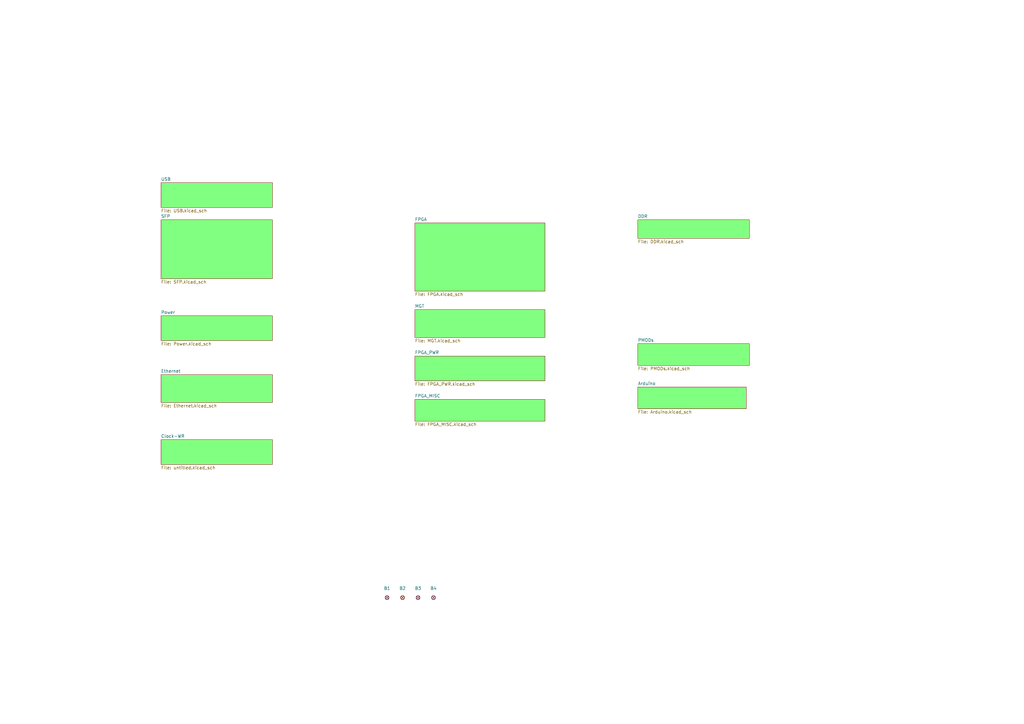
<source format=kicad_sch>
(kicad_sch (version 20250114) (generator "eeschema") (generator_version "9.0")
  (paper "A3")
  (title_block (date "2025-04-18") (rev "${rev}") (company "${name}") (comment 1 "${author}"))
  (lib_symbols
    (symbol "Pads:PLATED_HOLE3.2_PAD5.5" (pin_names (offset 1.27))
      (property "Reference" "B" (at -1.27 0 0))
      (symbol "PLATED_HOLE3.2_PAD5.5_0_1"
        (circle (center 0 0) (radius 0.762) (stroke (width 0.254)) (fill (type background)))
        (pin bidirectional line (at 0 0 180) (length 0) (name "1") (number "1"))
      )
    )
  )
  (no_connect (at 158.75 245.11))
  (no_connect (at 165.1 245.11))
  (no_connect (at 177.8 245.11))
  (no_connect (at 171.45 245.11))
  (symbol (lib_id "Pads:PLATED_HOLE3.2_PAD5.5") (at 177.8 245.11 0) (unit 1)
    (property "Reference" "B4" (at 177.8 241.3 0))
    (property "Value" "PLATED_HOLE3.2_PAD5.5" (effects (hide yes)))
    (property "Footprint" "Pads:MTG320_550" (effects (hide yes)))
    (property "Datasheet" "Undefined" (effects (hide yes)))
    (property "Description" "Plated Through Hole: Hole Dia.=3.2mm Pad Dia.=5.5mm" (effects (hide yes)))
    (property "Family" "Plated Hole" (effects (hide yes)))
    (property "Part Number" "PLATED_HOLE3.2_PAD5.5" (effects (hide yes)))
    (property "Library Ref" "Single Terminal Socket" (effects (hide yes)))
    (property "Library Path" "SchLib\\Pads.SchLib" (effects (hide yes)))
    (property "Comment" " " (effects (hide yes)))
    (property "Component Kind" "Standard (No BOM)" (effects (hide yes)))
    (property "Component Type" "Standard (No BOM)" (effects (hide yes)))
    (property "Pin Count" "1" (effects (hide yes)))
    (property "Case" " " (effects (hide yes)))
    (property "Footprint Path" "PcbLib\\Pads.PcbLib" (effects (hide yes)))
    (property "Footprint Ref" "MTG320_550" (effects (hide yes)))
    (property "Mounted" "No" (effects (hide yes)))
    (property "Socket" "No" (effects (hide yes)))
    (property "SMD" "No" (effects (hide yes)))
    (property "Sense" "No" (effects (hide yes)))
    (property "Sense Comment" " " (effects (hide yes)))
    (property "Status" "None" (effects (hide yes)))
    (property "Status Comment" " " (effects (hide yes)))
    (property "SCEM" " " (effects (hide yes)))
    (property "Part Description" "Plated Through Hole: Hole Dia.=3.2mm Pad Dia.=5.5mm" (effects (hide yes)))
    (property "Manufacturer" " " (effects (hide yes)))
    (property "Manufacturer Part Number" " " (effects (hide yes)))
    (property "ComponentHeight" "0mm" (effects (hide yes)))
    (property "Manufacturer1 Example" " " (effects (hide yes)))
    (property "Manufacturer1 Part Number" " " (effects (hide yes)))
    (property "Manufacturer1 ComponentHeight" " " (effects (hide yes)))
    (property "HelpURL" "Undefined" (effects (hide yes)))
    (property "ComponentLink1URL" " " (effects (hide yes)))
    (property "ComponentLink1Description" " " (effects (hide yes)))
    (property "ComponentLink2URL" " " (effects (hide yes)))
    (property "ComponentLink2Description" " " (effects (hide yes)))
    (property "Author" "CERN DEM JMW" (effects (hide yes)))
    (property "CreateDate" "10/01/12 00:00:00" (effects (hide yes)))
    (property "LatestRevisionDate" "10/01/12 00:00:00" (effects (hide yes)))
    (property "PackageDescription" "Plated Through Hole: Hole Dia.=3.2mm Pad Dia.=5.5mm" (effects (hide yes)))
    (property "Database Table Name" "Eletro-mechanical" (effects (hide yes)))
    (property "Library Name" "Pads" (effects (hide yes)))
    (property "Footprint Library" "Pads" (effects (hide yes)))
    (property "License" "CC-BY-SA 4.0" (effects (hide yes)))
  )
  (symbol (lib_id "Pads:PLATED_HOLE3.2_PAD5.5") (at 158.75 245.11 0) (unit 1)
    (property "Reference" "B1" (at 158.75 241.3 0))
    (property "Value" "PLATED_HOLE3.2_PAD5.5" (effects (hide yes)))
    (property "Footprint" "Pads:MTG320_550" (effects (hide yes)))
    (property "Datasheet" "Undefined" (effects (hide yes)))
    (property "Description" "Plated Through Hole: Hole Dia.=3.2mm Pad Dia.=5.5mm" (effects (hide yes)))
    (property "Family" "Plated Hole" (effects (hide yes)))
    (property "Part Number" "PLATED_HOLE3.2_PAD5.5" (effects (hide yes)))
    (property "Library Ref" "Single Terminal Socket" (effects (hide yes)))
    (property "Library Path" "SchLib\\Pads.SchLib" (effects (hide yes)))
    (property "Comment" " " (effects (hide yes)))
    (property "Component Kind" "Standard (No BOM)" (effects (hide yes)))
    (property "Component Type" "Standard (No BOM)" (effects (hide yes)))
    (property "Pin Count" "1" (effects (hide yes)))
    (property "Case" " " (effects (hide yes)))
    (property "Footprint Path" "PcbLib\\Pads.PcbLib" (effects (hide yes)))
    (property "Footprint Ref" "MTG320_550" (effects (hide yes)))
    (property "Mounted" "No" (effects (hide yes)))
    (property "Socket" "No" (effects (hide yes)))
    (property "SMD" "No" (effects (hide yes)))
    (property "Sense" "No" (effects (hide yes)))
    (property "Sense Comment" " " (effects (hide yes)))
    (property "Status" "None" (effects (hide yes)))
    (property "Status Comment" " " (effects (hide yes)))
    (property "SCEM" " " (effects (hide yes)))
    (property "Part Description" "Plated Through Hole: Hole Dia.=3.2mm Pad Dia.=5.5mm" (effects (hide yes)))
    (property "Manufacturer" " " (effects (hide yes)))
    (property "Manufacturer Part Number" " " (effects (hide yes)))
    (property "ComponentHeight" "0mm" (effects (hide yes)))
    (property "Manufacturer1 Example" " " (effects (hide yes)))
    (property "Manufacturer1 Part Number" " " (effects (hide yes)))
    (property "Manufacturer1 ComponentHeight" " " (effects (hide yes)))
    (property "HelpURL" "Undefined" (effects (hide yes)))
    (property "ComponentLink1URL" " " (effects (hide yes)))
    (property "ComponentLink1Description" " " (effects (hide yes)))
    (property "ComponentLink2URL" " " (effects (hide yes)))
    (property "ComponentLink2Description" " " (effects (hide yes)))
    (property "Author" "CERN DEM JMW" (effects (hide yes)))
    (property "CreateDate" "10/01/12 00:00:00" (effects (hide yes)))
    (property "LatestRevisionDate" "10/01/12 00:00:00" (effects (hide yes)))
    (property "PackageDescription" "Plated Through Hole: Hole Dia.=3.2mm Pad Dia.=5.5mm" (effects (hide yes)))
    (property "Database Table Name" "Eletro-mechanical" (effects (hide yes)))
    (property "Library Name" "Pads" (effects (hide yes)))
    (property "Footprint Library" "Pads" (effects (hide yes)))
    (property "License" "CC-BY-SA 4.0" (effects (hide yes)))
  )
  (symbol (lib_id "Pads:PLATED_HOLE3.2_PAD5.5") (at 165.1 245.11 0) (unit 1)
    (property "Reference" "B2" (at 165.1 241.3 0))
    (property "Value" "PLATED_HOLE3.2_PAD5.5" (effects (hide yes)))
    (property "Footprint" "Pads:MTG320_550" (effects (hide yes)))
    (property "Datasheet" "Undefined" (effects (hide yes)))
    (property "Description" "Plated Through Hole: Hole Dia.=3.2mm Pad Dia.=5.5mm" (effects (hide yes)))
    (property "Family" "Plated Hole" (effects (hide yes)))
    (property "Part Number" "PLATED_HOLE3.2_PAD5.5" (effects (hide yes)))
    (property "Library Ref" "Single Terminal Socket" (effects (hide yes)))
    (property "Library Path" "SchLib\\Pads.SchLib" (effects (hide yes)))
    (property "Comment" " " (effects (hide yes)))
    (property "Component Kind" "Standard (No BOM)" (effects (hide yes)))
    (property "Component Type" "Standard (No BOM)" (effects (hide yes)))
    (property "Pin Count" "1" (effects (hide yes)))
    (property "Case" " " (effects (hide yes)))
    (property "Footprint Path" "PcbLib\\Pads.PcbLib" (effects (hide yes)))
    (property "Footprint Ref" "MTG320_550" (effects (hide yes)))
    (property "Mounted" "No" (effects (hide yes)))
    (property "Socket" "No" (effects (hide yes)))
    (property "SMD" "No" (effects (hide yes)))
    (property "Sense" "No" (effects (hide yes)))
    (property "Sense Comment" " " (effects (hide yes)))
    (property "Status" "None" (effects (hide yes)))
    (property "Status Comment" " " (effects (hide yes)))
    (property "SCEM" " " (effects (hide yes)))
    (property "Part Description" "Plated Through Hole: Hole Dia.=3.2mm Pad Dia.=5.5mm" (effects (hide yes)))
    (property "Manufacturer" " " (effects (hide yes)))
    (property "Manufacturer Part Number" " " (effects (hide yes)))
    (property "ComponentHeight" "0mm" (effects (hide yes)))
    (property "Manufacturer1 Example" " " (effects (hide yes)))
    (property "Manufacturer1 Part Number" " " (effects (hide yes)))
    (property "Manufacturer1 ComponentHeight" " " (effects (hide yes)))
    (property "HelpURL" "Undefined" (effects (hide yes)))
    (property "ComponentLink1URL" " " (effects (hide yes)))
    (property "ComponentLink1Description" " " (effects (hide yes)))
    (property "ComponentLink2URL" " " (effects (hide yes)))
    (property "ComponentLink2Description" " " (effects (hide yes)))
    (property "Author" "CERN DEM JMW" (effects (hide yes)))
    (property "CreateDate" "10/01/12 00:00:00" (effects (hide yes)))
    (property "LatestRevisionDate" "10/01/12 00:00:00" (effects (hide yes)))
    (property "PackageDescription" "Plated Through Hole: Hole Dia.=3.2mm Pad Dia.=5.5mm" (effects (hide yes)))
    (property "Database Table Name" "Eletro-mechanical" (effects (hide yes)))
    (property "Library Name" "Pads" (effects (hide yes)))
    (property "Footprint Library" "Pads" (effects (hide yes)))
    (property "License" "CC-BY-SA 4.0" (effects (hide yes)))
  )
  (symbol (lib_id "Pads:PLATED_HOLE3.2_PAD5.5") (at 171.45 245.11 0) (unit 1)
    (property "Reference" "B3" (at 171.45 241.3 0))
    (property "Value" "PLATED_HOLE3.2_PAD5.5" (effects (hide yes)))
    (property "Footprint" "Pads:MTG320_550" (effects (hide yes)))
    (property "Datasheet" "Undefined" (effects (hide yes)))
    (property "Description" "Plated Through Hole: Hole Dia.=3.2mm Pad Dia.=5.5mm" (effects (hide yes)))
    (property "Family" "Plated Hole" (effects (hide yes)))
    (property "Part Number" "PLATED_HOLE3.2_PAD5.5" (effects (hide yes)))
    (property "Library Ref" "Single Terminal Socket" (effects (hide yes)))
    (property "Library Path" "SchLib\\Pads.SchLib" (effects (hide yes)))
    (property "Comment" " " (effects (hide yes)))
    (property "Component Kind" "Standard (No BOM)" (effects (hide yes)))
    (property "Component Type" "Standard (No BOM)" (effects (hide yes)))
    (property "Pin Count" "1" (effects (hide yes)))
    (property "Case" " " (effects (hide yes)))
    (property "Footprint Path" "PcbLib\\Pads.PcbLib" (effects (hide yes)))
    (property "Footprint Ref" "MTG320_550" (effects (hide yes)))
    (property "Mounted" "No" (effects (hide yes)))
    (property "Socket" "No" (effects (hide yes)))
    (property "SMD" "No" (effects (hide yes)))
    (property "Sense" "No" (effects (hide yes)))
    (property "Sense Comment" " " (effects (hide yes)))
    (property "Status" "None" (effects (hide yes)))
    (property "Status Comment" " " (effects (hide yes)))
    (property "SCEM" " " (effects (hide yes)))
    (property "Part Description" "Plated Through Hole: Hole Dia.=3.2mm Pad Dia.=5.5mm" (effects (hide yes)))
    (property "Manufacturer" " " (effects (hide yes)))
    (property "Manufacturer Part Number" " " (effects (hide yes)))
    (property "ComponentHeight" "0mm" (effects (hide yes)))
    (property "Manufacturer1 Example" " " (effects (hide yes)))
    (property "Manufacturer1 Part Number" " " (effects (hide yes)))
    (property "Manufacturer1 ComponentHeight" " " (effects (hide yes)))
    (property "HelpURL" "Undefined" (effects (hide yes)))
    (property "ComponentLink1URL" " " (effects (hide yes)))
    (property "ComponentLink1Description" " " (effects (hide yes)))
    (property "ComponentLink2URL" " " (effects (hide yes)))
    (property "ComponentLink2Description" " " (effects (hide yes)))
    (property "Author" "CERN DEM JMW" (effects (hide yes)))
    (property "CreateDate" "10/01/12 00:00:00" (effects (hide yes)))
    (property "LatestRevisionDate" "10/01/12 00:00:00" (effects (hide yes)))
    (property "PackageDescription" "Plated Through Hole: Hole Dia.=3.2mm Pad Dia.=5.5mm" (effects (hide yes)))
    (property "Database Table Name" "Eletro-mechanical" (effects (hide yes)))
    (property "Library Name" "Pads" (effects (hide yes)))
    (property "Footprint Library" "Pads" (effects (hide yes)))
    (property "License" "CC-BY-SA 4.0" (effects (hide yes)))
  )
  (sheet (at 261.62 140.97) (size 45.72 8.89) (stroke (width 0.1524) (color 128 0 0 1)) (fill (color 128 255 128 1.0000))
    (property "Sheetname" "PMODs" (at 261.62 140.2584 0) (effects (justify left bottom)))
    (property "Sheetfile" "PMODs.kicad_sch" (at 261.62 150.4446 0) (effects (justify left top)))
  )
  (sheet (at 66.04 129.54) (size 45.72 10.16) (stroke (width 0.1524) (color 128 0 0 1)) (fill (color 128 255 128 1.0000))
    (property "Sheetname" "Power" (at 66.04 128.8284 0) (effects (justify left bottom)))
    (property "Sheetfile" "Power.kicad_sch" (at 66.04 140.2846 0) (effects (justify left top)))
  )
  (sheet (at 170.18 91.44) (size 53.34 27.94) (stroke (width 0.1524) (color 128 0 0 1)) (fill (color 128 255 128 1.0000))
    (property "Sheetname" "FPGA" (at 170.18 90.7284 0) (effects (justify left bottom)))
    (property "Sheetfile" "FPGA.kicad_sch" (at 170.18 119.9646 0) (effects (justify left top)))
  )
  (sheet (at 261.62 158.75) (size 44.45 8.89) (stroke (width 0.1524) (color 128 0 0 1)) (fill (color 128 255 128 1.0000))
    (property "Sheetname" "Arduino" (at 261.62 158.0384 0) (effects (justify left bottom)))
    (property "Sheetfile" "Arduino.kicad_sch" (at 261.62 168.2246 0) (effects (justify left top)))
  )
  (sheet (at 261.62 90.17) (size 45.72 7.62) (stroke (width 0.1524) (color 128 0 0 1)) (fill (color 128 255 128 1.0000))
    (property "Sheetname" "DDR" (at 261.62 89.4584 0) (effects (justify left bottom)))
    (property "Sheetfile" "DDR.kicad_sch" (at 261.62 98.3746 0) (effects (justify left top)))
  )
  (sheet (at 66.04 153.67) (size 45.72 11.43) (stroke (width 0.1524) (color 128 0 0 1)) (fill (color 128 255 128 1.0000))
    (property "Sheetname" "Ethernet" (at 66.04 152.9584 0) (effects (justify left bottom)))
    (property "Sheetfile" "Ethernet.kicad_sch" (at 66.04 165.6846 0) (effects (justify left top)))
  )
  (sheet (at 170.18 127) (size 53.34 11.43) (stroke (width 0.1524) (color 128 0 0 1)) (fill (color 128 255 128 1.0000))
    (property "Sheetname" "MGT" (at 170.18 126.2884 0) (effects (justify left bottom)))
    (property "Sheetfile" "MGT.kicad_sch" (at 170.18 139.0146 0) (effects (justify left top)))
  )
  (sheet (at 66.04 180.34) (size 45.72 10.16) (stroke (width 0.1524) (color 128 0 0 1)) (fill (color 128 255 128 1.0000))
    (property "Sheetname" "Clock-WR" (at 66.04 179.6284 0) (effects (justify left bottom)))
    (property "Sheetfile" "untitled.kicad_sch" (at 66.04 191.0846 0) (effects (justify left top)))
  )
  (sheet (at 66.04 74.93) (size 45.72 10.16) (stroke (width 0.1524) (color 128 0 0 1)) (fill (color 128 255 128 1.0000))
    (property "Sheetname" "USB" (at 66.04 74.2184 0) (effects (justify left bottom)))
    (property "Sheetfile" "USB.kicad_sch" (at 66.04 85.6746 0) (effects (justify left top)))
  )
  (sheet (at 170.18 163.83) (size 53.34 8.89) (stroke (width 0.1524) (color 128 0 0 1)) (fill (color 128 255 128 1.0000))
    (property "Sheetname" "FPGA_MISC" (at 170.18 163.1184 0) (effects (justify left bottom)))
    (property "Sheetfile" "FPGA_MISC.kicad_sch" (at 170.18 173.3046 0) (effects (justify left top)))
  )
  (sheet (at 66.04 90.17) (size 45.72 24.13) (stroke (width 0.1524) (color 128 0 0 1)) (fill (color 128 255 128 1.0000))
    (property "Sheetname" "SFP" (at 66.04 89.4584 0) (effects (justify left bottom)))
    (property "Sheetfile" "SFP.kicad_sch" (at 66.04 114.8846 0) (effects (justify left top)))
  )
  (sheet (at 170.18 146.05) (size 53.34 10.16) (stroke (width 0.1524) (color 128 0 0 1)) (fill (color 128 255 128 1.0000))
    (property "Sheetname" "FPGA_PWR" (at 170.18 145.3384 0) (effects (justify left bottom)))
    (property "Sheetfile" "FPGA_PWR.kicad_sch" (at 170.18 156.7946 0) (effects (justify left top)))
  )
)
</source>
